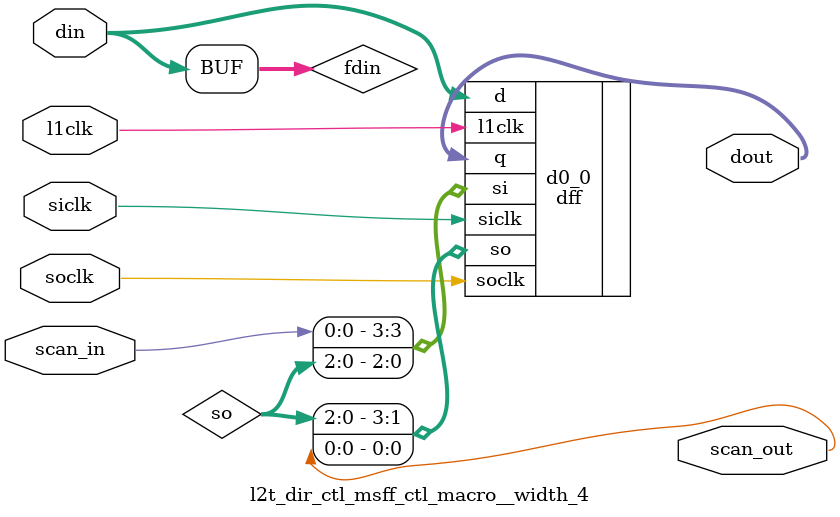
<source format=v>
module l2t_dir_ctl (
  aclk, 
  bclk, 
  dirlbf_lkup_en_c4_buf, 
  dirlbf_inval_mask_c4_buf, 
  dirlbf_rw_dec_c4_buf, 
  dirlbf_rd_en_c4_buf, 
  dirlbf_wr_en_c4_buf, 
  dirlbf_rw_entry_c4_buf, 
  dirlbf_dir_clear_c4_buf, 
  l1clk, 
  scan_in, 
  scan_out, 
  dir_rd_data_en_c4, 
  dir_wr_data_en_c4, 
  dir_cam_en_c4, 
  dir_rw_entry_c4, 
  dir_inval_mask_c4, 
  dir_warm_rst_c4, 
  select_panel0, 
  select_panel1, 
  select_panel2, 
  select_panel3, 
  l2t_mb0_run);
wire siclk;
wire soclk;
wire spares_scanin;
wire spares_scanout;
wire l2t_mb0_run_r1;
wire ff_rd_data_en_c5_en_scanin;
wire ff_rd_data_en_c5_en_scanout;
wire ff_rd_data_en_c5_scanin;
wire ff_rd_data_en_c5_scanout;
wire ff_select_panel0_scanin;
wire ff_select_panel0_scanout;
 
 
input 		aclk;
input 		bclk;
input	[3:0]	dirlbf_lkup_en_c4_buf ;  // Right  
input	[7:0]	dirlbf_inval_mask_c4_buf ; // Right 
input	[3:0]	dirlbf_rw_dec_c4_buf; // Right 
input		dirlbf_rd_en_c4_buf ; // Right 
input		dirlbf_wr_en_c4_buf ; // Right 
input	[5:0]	dirlbf_rw_entry_c4_buf; // BS and SR 11/18/03 Reverse Directory change 
input		dirlbf_dir_clear_c4_buf ; //
input		l1clk; 
input 		scan_in;
output 		scan_out; 
 
output	[3:0]	dir_rd_data_en_c4; //( 0 leftTOp, 1 rightTOp, 2 leftBOttom 3 RightBottom ) 
output  [3:0]   dir_wr_data_en_c4;
output	[3:0]	dir_cam_en_c4; //( 0 leftTOp, 1 rightTOp, 2 leftBOttom 3 RightBottom ) 
 
// Pins on TOP 
output	[5:0]	dir_rw_entry_c4; // BS and SR 11/18/03 Reverse Directory change
output	[7:0]	dir_inval_mask_c4; // one output 
output		dir_warm_rst_c4; 
output 		select_panel0 ;
output 		select_panel1 ;
output 		select_panel2 ;
output 		select_panel3 ;
input		l2t_mb0_run;


//////////////////////////////////////////////////
// L1 clk header
//////////////////////////////////////////////////
assign siclk = aclk;
assign soclk = bclk;
//////////////////////////////////////////
// Spare gate insertion
//////////////////////////////////////////
l2t_dir_ctl_spare_ctl_macro__num_4 spares  (
        .scan_in(spares_scanin),
        .scan_out(spares_scanout),
        .l1clk  (l1clk),
  .siclk(siclk),
  .soclk(soclk)
);
//////////////////////////////////////////
wire	[3:0]   rd_data_en_c5;	//( 0 leftTOp, 1 rightTOp, 2 leftBOttom 3 RightBottom ) 
 
assign	dir_warm_rst_c4 = dirlbf_dir_clear_c4_buf ; 
assign	dir_rd_data_en_c4 = {4{dirlbf_rd_en_c4_buf}} & dirlbf_rw_dec_c4_buf ; 
assign  dir_wr_data_en_c4 = l2t_mb0_run_r1 ? ({4{dirlbf_wr_en_c4_buf}} & dirlbf_rw_dec_c4_buf) :
		 ({4{dirlbf_wr_en_c4_buf & ~dir_warm_rst_c4}} & dirlbf_rw_dec_c4_buf);

l2t_dir_ctl_msff_ctl_macro__width_3 ff_rd_data_en_c5_en 
	(	
	.dout   ({l2t_mb0_run_r1,rd_data_en_c5[1:0]}), 
	.din ({l2t_mb0_run,dir_rd_data_en_c4[1:0]}), 
        .scan_in(ff_rd_data_en_c5_en_scanin),
        .scan_out(ff_rd_data_en_c5_en_scanout),
        .l1clk (l1clk),
  .siclk(siclk),
  .soclk(soclk)
        ); 

l2t_dir_ctl_msff_ctl_macro__width_2 ff_rd_data_en_c5 
                (.dout   (rd_data_en_c5[3:2]), .din (dir_rd_data_en_c4[3:2]),
                .scan_in(ff_rd_data_en_c5_scanin),
                .scan_out(ff_rd_data_en_c5_scanout),
                .l1clk (l1clk),
  .siclk(siclk),
  .soclk(soclk) 
              );
l2t_dir_ctl_msff_ctl_macro__width_4 ff_select_panel0 
       (
	.scan_in(ff_select_panel0_scanin),
	.scan_out(ff_select_panel0_scanout),
	.dout   ({select_panel3,select_panel2,select_panel1,select_panel0}),
	.din (rd_data_en_c5[3:0]),
        .l1clk (l1clk),
  .siclk(siclk),
  .soclk(soclk)
      );

assign	dir_cam_en_c4[3:0] = dirlbf_lkup_en_c4_buf[3:0]; 
assign	dir_inval_mask_c4[7:0]	= dirlbf_inval_mask_c4_buf[7:0]; 
assign	dir_rw_entry_c4[5:0] =  dirlbf_rw_entry_c4_buf[5:0];
 
// fixscan start:
assign spares_scanin             = scan_in                  ;
assign ff_rd_data_en_c5_en_scanin = spares_scanout           ;
assign ff_rd_data_en_c5_scanin   = ff_rd_data_en_c5_en_scanout;
assign ff_select_panel0_scanin   = ff_rd_data_en_c5_scanout ;
assign scan_out                  = ff_select_panel0_scanout ;
// fixscan end:
endmodule 
 



//  Description:        Spare gate macro for control blocks
//
//  Param num controls the number of times the macro is added
//  flops=0 can be used to use only combination spare logic


module l2t_dir_ctl_spare_ctl_macro__num_4 (
  l1clk, 
  scan_in, 
  siclk, 
  soclk, 
  scan_out);
wire si_0;
wire so_0;
wire spare0_flop_unused;
wire spare0_buf_32x_unused;
wire spare0_nand3_8x_unused;
wire spare0_inv_8x_unused;
wire spare0_aoi22_4x_unused;
wire spare0_buf_8x_unused;
wire spare0_oai22_4x_unused;
wire spare0_inv_16x_unused;
wire spare0_nand2_16x_unused;
wire spare0_nor3_4x_unused;
wire spare0_nand2_8x_unused;
wire spare0_buf_16x_unused;
wire spare0_nor2_16x_unused;
wire spare0_inv_32x_unused;
wire si_1;
wire so_1;
wire spare1_flop_unused;
wire spare1_buf_32x_unused;
wire spare1_nand3_8x_unused;
wire spare1_inv_8x_unused;
wire spare1_aoi22_4x_unused;
wire spare1_buf_8x_unused;
wire spare1_oai22_4x_unused;
wire spare1_inv_16x_unused;
wire spare1_nand2_16x_unused;
wire spare1_nor3_4x_unused;
wire spare1_nand2_8x_unused;
wire spare1_buf_16x_unused;
wire spare1_nor2_16x_unused;
wire spare1_inv_32x_unused;
wire si_2;
wire so_2;
wire spare2_flop_unused;
wire spare2_buf_32x_unused;
wire spare2_nand3_8x_unused;
wire spare2_inv_8x_unused;
wire spare2_aoi22_4x_unused;
wire spare2_buf_8x_unused;
wire spare2_oai22_4x_unused;
wire spare2_inv_16x_unused;
wire spare2_nand2_16x_unused;
wire spare2_nor3_4x_unused;
wire spare2_nand2_8x_unused;
wire spare2_buf_16x_unused;
wire spare2_nor2_16x_unused;
wire spare2_inv_32x_unused;
wire si_3;
wire so_3;
wire spare3_flop_unused;
wire spare3_buf_32x_unused;
wire spare3_nand3_8x_unused;
wire spare3_inv_8x_unused;
wire spare3_aoi22_4x_unused;
wire spare3_buf_8x_unused;
wire spare3_oai22_4x_unused;
wire spare3_inv_16x_unused;
wire spare3_nand2_16x_unused;
wire spare3_nor3_4x_unused;
wire spare3_nand2_8x_unused;
wire spare3_buf_16x_unused;
wire spare3_nor2_16x_unused;
wire spare3_inv_32x_unused;


input		l1clk;
input		scan_in;
input		siclk;
input		soclk;
output		scan_out;

cl_sc1_msff_8x spare0_flop (.l1clk(l1clk),
                               .siclk(siclk),
                               .soclk(soclk),
                               .si(si_0),
                               .so(so_0),
                               .d(1'b0),
                               .q(spare0_flop_unused));
assign si_0 = scan_in;

cl_u1_buf_32x   spare0_buf_32x (.in(1'b1),
                                   .out(spare0_buf_32x_unused));
cl_u1_nand3_8x spare0_nand3_8x (.in0(1'b1),
                                   .in1(1'b1),
                                   .in2(1'b1),
                                   .out(spare0_nand3_8x_unused));
cl_u1_inv_8x    spare0_inv_8x (.in(1'b1),
                                  .out(spare0_inv_8x_unused));
cl_u1_aoi22_4x spare0_aoi22_4x (.in00(1'b1),
                                   .in01(1'b1),
                                   .in10(1'b1),
                                   .in11(1'b1),
                                   .out(spare0_aoi22_4x_unused));
cl_u1_buf_8x    spare0_buf_8x (.in(1'b1),
                                  .out(spare0_buf_8x_unused));
cl_u1_oai22_4x spare0_oai22_4x (.in00(1'b1),
                                   .in01(1'b1),
                                   .in10(1'b1),
                                   .in11(1'b1),
                                   .out(spare0_oai22_4x_unused));
cl_u1_inv_16x   spare0_inv_16x (.in(1'b1),
                                   .out(spare0_inv_16x_unused));
cl_u1_nand2_16x spare0_nand2_16x (.in0(1'b1),
                                     .in1(1'b1),
                                     .out(spare0_nand2_16x_unused));
cl_u1_nor3_4x spare0_nor3_4x (.in0(1'b0),
                                 .in1(1'b0),
                                 .in2(1'b0),
                                 .out(spare0_nor3_4x_unused));
cl_u1_nand2_8x spare0_nand2_8x (.in0(1'b1),
                                   .in1(1'b1),
                                   .out(spare0_nand2_8x_unused));
cl_u1_buf_16x   spare0_buf_16x (.in(1'b1),
                                   .out(spare0_buf_16x_unused));
cl_u1_nor2_16x spare0_nor2_16x (.in0(1'b0),
                                   .in1(1'b0),
                                   .out(spare0_nor2_16x_unused));
cl_u1_inv_32x   spare0_inv_32x (.in(1'b1),
                                   .out(spare0_inv_32x_unused));

cl_sc1_msff_8x spare1_flop (.l1clk(l1clk),
                               .siclk(siclk),
                               .soclk(soclk),
                               .si(si_1),
                               .so(so_1),
                               .d(1'b0),
                               .q(spare1_flop_unused));
assign si_1 = so_0;

cl_u1_buf_32x   spare1_buf_32x (.in(1'b1),
                                   .out(spare1_buf_32x_unused));
cl_u1_nand3_8x spare1_nand3_8x (.in0(1'b1),
                                   .in1(1'b1),
                                   .in2(1'b1),
                                   .out(spare1_nand3_8x_unused));
cl_u1_inv_8x    spare1_inv_8x (.in(1'b1),
                                  .out(spare1_inv_8x_unused));
cl_u1_aoi22_4x spare1_aoi22_4x (.in00(1'b1),
                                   .in01(1'b1),
                                   .in10(1'b1),
                                   .in11(1'b1),
                                   .out(spare1_aoi22_4x_unused));
cl_u1_buf_8x    spare1_buf_8x (.in(1'b1),
                                  .out(spare1_buf_8x_unused));
cl_u1_oai22_4x spare1_oai22_4x (.in00(1'b1),
                                   .in01(1'b1),
                                   .in10(1'b1),
                                   .in11(1'b1),
                                   .out(spare1_oai22_4x_unused));
cl_u1_inv_16x   spare1_inv_16x (.in(1'b1),
                                   .out(spare1_inv_16x_unused));
cl_u1_nand2_16x spare1_nand2_16x (.in0(1'b1),
                                     .in1(1'b1),
                                     .out(spare1_nand2_16x_unused));
cl_u1_nor3_4x spare1_nor3_4x (.in0(1'b0),
                                 .in1(1'b0),
                                 .in2(1'b0),
                                 .out(spare1_nor3_4x_unused));
cl_u1_nand2_8x spare1_nand2_8x (.in0(1'b1),
                                   .in1(1'b1),
                                   .out(spare1_nand2_8x_unused));
cl_u1_buf_16x   spare1_buf_16x (.in(1'b1),
                                   .out(spare1_buf_16x_unused));
cl_u1_nor2_16x spare1_nor2_16x (.in0(1'b0),
                                   .in1(1'b0),
                                   .out(spare1_nor2_16x_unused));
cl_u1_inv_32x   spare1_inv_32x (.in(1'b1),
                                   .out(spare1_inv_32x_unused));

cl_sc1_msff_8x spare2_flop (.l1clk(l1clk),
                               .siclk(siclk),
                               .soclk(soclk),
                               .si(si_2),
                               .so(so_2),
                               .d(1'b0),
                               .q(spare2_flop_unused));
assign si_2 = so_1;

cl_u1_buf_32x   spare2_buf_32x (.in(1'b1),
                                   .out(spare2_buf_32x_unused));
cl_u1_nand3_8x spare2_nand3_8x (.in0(1'b1),
                                   .in1(1'b1),
                                   .in2(1'b1),
                                   .out(spare2_nand3_8x_unused));
cl_u1_inv_8x    spare2_inv_8x (.in(1'b1),
                                  .out(spare2_inv_8x_unused));
cl_u1_aoi22_4x spare2_aoi22_4x (.in00(1'b1),
                                   .in01(1'b1),
                                   .in10(1'b1),
                                   .in11(1'b1),
                                   .out(spare2_aoi22_4x_unused));
cl_u1_buf_8x    spare2_buf_8x (.in(1'b1),
                                  .out(spare2_buf_8x_unused));
cl_u1_oai22_4x spare2_oai22_4x (.in00(1'b1),
                                   .in01(1'b1),
                                   .in10(1'b1),
                                   .in11(1'b1),
                                   .out(spare2_oai22_4x_unused));
cl_u1_inv_16x   spare2_inv_16x (.in(1'b1),
                                   .out(spare2_inv_16x_unused));
cl_u1_nand2_16x spare2_nand2_16x (.in0(1'b1),
                                     .in1(1'b1),
                                     .out(spare2_nand2_16x_unused));
cl_u1_nor3_4x spare2_nor3_4x (.in0(1'b0),
                                 .in1(1'b0),
                                 .in2(1'b0),
                                 .out(spare2_nor3_4x_unused));
cl_u1_nand2_8x spare2_nand2_8x (.in0(1'b1),
                                   .in1(1'b1),
                                   .out(spare2_nand2_8x_unused));
cl_u1_buf_16x   spare2_buf_16x (.in(1'b1),
                                   .out(spare2_buf_16x_unused));
cl_u1_nor2_16x spare2_nor2_16x (.in0(1'b0),
                                   .in1(1'b0),
                                   .out(spare2_nor2_16x_unused));
cl_u1_inv_32x   spare2_inv_32x (.in(1'b1),
                                   .out(spare2_inv_32x_unused));

cl_sc1_msff_8x spare3_flop (.l1clk(l1clk),
                               .siclk(siclk),
                               .soclk(soclk),
                               .si(si_3),
                               .so(so_3),
                               .d(1'b0),
                               .q(spare3_flop_unused));
assign si_3 = so_2;

cl_u1_buf_32x   spare3_buf_32x (.in(1'b1),
                                   .out(spare3_buf_32x_unused));
cl_u1_nand3_8x spare3_nand3_8x (.in0(1'b1),
                                   .in1(1'b1),
                                   .in2(1'b1),
                                   .out(spare3_nand3_8x_unused));
cl_u1_inv_8x    spare3_inv_8x (.in(1'b1),
                                  .out(spare3_inv_8x_unused));
cl_u1_aoi22_4x spare3_aoi22_4x (.in00(1'b1),
                                   .in01(1'b1),
                                   .in10(1'b1),
                                   .in11(1'b1),
                                   .out(spare3_aoi22_4x_unused));
cl_u1_buf_8x    spare3_buf_8x (.in(1'b1),
                                  .out(spare3_buf_8x_unused));
cl_u1_oai22_4x spare3_oai22_4x (.in00(1'b1),
                                   .in01(1'b1),
                                   .in10(1'b1),
                                   .in11(1'b1),
                                   .out(spare3_oai22_4x_unused));
cl_u1_inv_16x   spare3_inv_16x (.in(1'b1),
                                   .out(spare3_inv_16x_unused));
cl_u1_nand2_16x spare3_nand2_16x (.in0(1'b1),
                                     .in1(1'b1),
                                     .out(spare3_nand2_16x_unused));
cl_u1_nor3_4x spare3_nor3_4x (.in0(1'b0),
                                 .in1(1'b0),
                                 .in2(1'b0),
                                 .out(spare3_nor3_4x_unused));
cl_u1_nand2_8x spare3_nand2_8x (.in0(1'b1),
                                   .in1(1'b1),
                                   .out(spare3_nand2_8x_unused));
cl_u1_buf_16x   spare3_buf_16x (.in(1'b1),
                                   .out(spare3_buf_16x_unused));
cl_u1_nor2_16x spare3_nor2_16x (.in0(1'b0),
                                   .in1(1'b0),
                                   .out(spare3_nor2_16x_unused));
cl_u1_inv_32x   spare3_inv_32x (.in(1'b1),
                                   .out(spare3_inv_32x_unused));
assign scan_out = so_3;



endmodule






// any PARAMS parms go into naming of macro

module l2t_dir_ctl_msff_ctl_macro__width_3 (
  din, 
  l1clk, 
  scan_in, 
  siclk, 
  soclk, 
  dout, 
  scan_out);
wire [2:0] fdin;
wire [1:0] so;

  input [2:0] din;
  input l1clk;
  input scan_in;


  input siclk;
  input soclk;

  output [2:0] dout;
  output scan_out;
assign fdin[2:0] = din[2:0];






dff /*#(3)*/  d0_0 (
.l1clk(l1clk),
.siclk(siclk),
.soclk(soclk),
.d(fdin[2:0]),
.si({scan_in,so[1:0]}),
.so({so[1:0],scan_out}),
.q(dout[2:0])
);












endmodule













// any PARAMS parms go into naming of macro

module l2t_dir_ctl_msff_ctl_macro__width_2 (
  din, 
  l1clk, 
  scan_in, 
  siclk, 
  soclk, 
  dout, 
  scan_out);
wire [1:0] fdin;
wire [0:0] so;

  input [1:0] din;
  input l1clk;
  input scan_in;


  input siclk;
  input soclk;

  output [1:0] dout;
  output scan_out;
assign fdin[1:0] = din[1:0];






dff /*#(2)*/  d0_0 (
.l1clk(l1clk),
.siclk(siclk),
.soclk(soclk),
.d(fdin[1:0]),
.si({scan_in,so[0:0]}),
.so({so[0:0],scan_out}),
.q(dout[1:0])
);












endmodule













// any PARAMS parms go into naming of macro

module l2t_dir_ctl_msff_ctl_macro__width_4 (
  din, 
  l1clk, 
  scan_in, 
  siclk, 
  soclk, 
  dout, 
  scan_out);
wire [3:0] fdin;
wire [2:0] so;

  input [3:0] din;
  input l1clk;
  input scan_in;


  input siclk;
  input soclk;

  output [3:0] dout;
  output scan_out;
assign fdin[3:0] = din[3:0];






dff /*#(4)*/  d0_0 (
.l1clk(l1clk),
.siclk(siclk),
.soclk(soclk),
.d(fdin[3:0]),
.si({scan_in,so[2:0]}),
.so({so[2:0],scan_out}),
.q(dout[3:0])
);












endmodule









</source>
